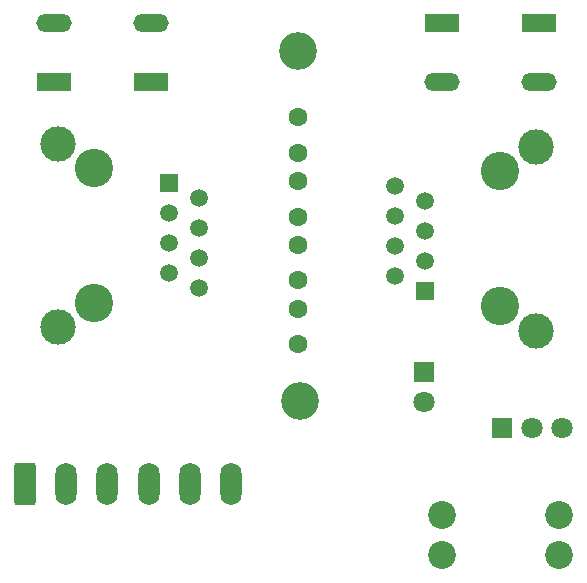
<source format=gbs>
G04 #@! TF.GenerationSoftware,KiCad,Pcbnew,8.0.0*
G04 #@! TF.CreationDate,2024-11-14T09:55:02-06:00*
G04 #@! TF.ProjectId,RainSegmentDriver,5261696e-5365-4676-9d65-6e7444726976,rev?*
G04 #@! TF.SameCoordinates,Original*
G04 #@! TF.FileFunction,Soldermask,Bot*
G04 #@! TF.FilePolarity,Negative*
%FSLAX46Y46*%
G04 Gerber Fmt 4.6, Leading zero omitted, Abs format (unit mm)*
G04 Created by KiCad (PCBNEW 8.0.0) date 2024-11-14 09:55:02*
%MOMM*%
%LPD*%
G01*
G04 APERTURE LIST*
G04 Aperture macros list*
%AMRoundRect*
0 Rectangle with rounded corners*
0 $1 Rounding radius*
0 $2 $3 $4 $5 $6 $7 $8 $9 X,Y pos of 4 corners*
0 Add a 4 corners polygon primitive as box body*
4,1,4,$2,$3,$4,$5,$6,$7,$8,$9,$2,$3,0*
0 Add four circle primitives for the rounded corners*
1,1,$1+$1,$2,$3*
1,1,$1+$1,$4,$5*
1,1,$1+$1,$6,$7*
1,1,$1+$1,$8,$9*
0 Add four rect primitives between the rounded corners*
20,1,$1+$1,$2,$3,$4,$5,0*
20,1,$1+$1,$4,$5,$6,$7,0*
20,1,$1+$1,$6,$7,$8,$9,0*
20,1,$1+$1,$8,$9,$2,$3,0*%
G04 Aperture macros list end*
%ADD10R,1.800000X1.800000*%
%ADD11C,1.800000*%
%ADD12C,2.362000*%
%ADD13C,3.200000*%
%ADD14RoundRect,0.250000X-0.650000X-1.550000X0.650000X-1.550000X0.650000X1.550000X-0.650000X1.550000X0*%
%ADD15O,1.800000X3.600000*%
%ADD16C,3.250000*%
%ADD17R,1.500000X1.500000*%
%ADD18C,1.500000*%
%ADD19C,3.000000*%
%ADD20R,3.000000X1.500000*%
%ADD21O,3.000000X1.500000*%
%ADD22C,1.600000*%
G04 APERTURE END LIST*
D10*
X166355000Y-103295000D03*
D11*
X168895000Y-103295000D03*
X171435000Y-103295000D03*
D12*
X171150000Y-114060000D03*
X171150000Y-110650000D03*
X161250000Y-114060000D03*
X161250000Y-110650000D03*
D13*
X149200000Y-101030000D03*
X149075000Y-71405000D03*
D14*
X125925000Y-108030000D03*
D15*
X129425000Y-108030000D03*
X132925000Y-108030000D03*
X136425000Y-108030000D03*
X139925000Y-108030000D03*
X143425000Y-108030000D03*
D16*
X166195000Y-93000000D03*
X166195000Y-81570000D03*
D17*
X159845000Y-91730000D03*
D18*
X157305000Y-90460000D03*
X159845000Y-89190000D03*
X157305000Y-87920000D03*
X159845000Y-86650000D03*
X157305000Y-85380000D03*
X159845000Y-84110000D03*
X157305000Y-82840000D03*
D19*
X169245000Y-95055000D03*
X169245000Y-79515000D03*
D20*
X169500000Y-69000000D03*
X161300000Y-69000000D03*
D21*
X169500000Y-74000000D03*
X161300000Y-74000000D03*
D22*
X149100000Y-77000000D03*
X149100000Y-80000000D03*
D10*
X159725000Y-98590000D03*
D11*
X159725000Y-101130000D03*
D22*
X149100000Y-96200000D03*
X149100000Y-93200000D03*
D20*
X128400000Y-73970000D03*
X136600000Y-73970000D03*
D21*
X128400000Y-68970000D03*
X136600000Y-68970000D03*
D22*
X149100000Y-82400000D03*
X149100000Y-85400000D03*
X149100000Y-87800000D03*
X149100000Y-90800000D03*
D16*
X131805000Y-81285000D03*
X131805000Y-92715000D03*
D17*
X138155000Y-82555000D03*
D18*
X140695000Y-83825000D03*
X138155000Y-85095000D03*
X140695000Y-86365000D03*
X138155000Y-87635000D03*
X140695000Y-88905000D03*
X138155000Y-90175000D03*
X140695000Y-91445000D03*
D19*
X128755000Y-79230000D03*
X128755000Y-94770000D03*
M02*

</source>
